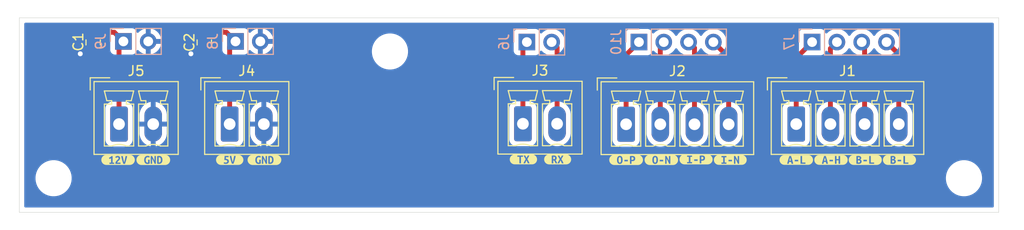
<source format=kicad_pcb>
(kicad_pcb (version 20240108) (generator "pcbnew") (generator_version "8.0")
  (layers (0 "F.Cu" signal) (31 "B.Cu" signal) (34 "B.Paste" user) (35 "F.Paste" user) (36 "B.SilkS" user "B.Silkscreen") (37 "F.SilkS" user "F.Silkscreen") (38 "B.Mask" user) (39 "F.Mask" user) (44 "Edge.Cuts" user))
  (net 0 "")
  (net 1 "GND")
  (net 2 "+12V")
  (net 3 "+5V")
  (net 4 "CANBH")
  (net 5 "CANAH")
  (net 6 "CANBL")
  (net 7 "CANAL")
  (net 8 "I RS485 P")
  (net 9 "O RS485 P")
  (net 10 "I RS485 N")
  (net 11 "O RS485 N")
  (net 12 "UART TX")
  (net 13 "UART RX")
  (footprint "Connector_Phoenix_MC:PhoenixContact_MCV_1,5_2-G-3.5_1x02_P3.50mm_Vertical" (layer "F.Cu") (at 153.4668 127.508)
    (property "Reference" "J3" (at 1.75 -5.45 0) (layer "F.SilkS"))
    (property "Value" "UART")
    (pad "1" thru_hole roundrect (at 0 0) (size 1.8 3.6) (drill 1.2) (layers "*.Cu" "*.Mask") (roundrect_rratio 0.138889) (net 12 "UART TX"))
    (pad "2" thru_hole oval (at 3.5 0) (size 1.8 3.6) (drill 1.2) (layers "*.Cu" "*.Mask") (net 13 "UART RX"))
  )
  (footprint "kibuzzard-6696DEDD" (layer "F.Cu") (at 127 131.2164)
    (property "Reference" "kibuzzard-6696DEDD" (hide yes))
    (property "Value" "G***" (hide yes))
  )
  (footprint "Capacitor_SMD:C_0805_2012Metric_Pad1.18x1.45mm_HandSolder" (layer "F.Cu") (at 120.8427 119.1589 -90)
    (property "Reference" "C2" (at 0 1.524 90) (layer "F.SilkS"))
    (property "Value" "10uF")
    (pad "1" smd roundrect (at -1.0375 0 270) (size 1.175 1.45) (layers "F.Cu" "F.Paste" "F.Mask") (roundrect_rratio 0.212766) (net 3 "+5V"))
    (pad "2" smd roundrect (at 1.0375 0 270) (size 1.175 1.45) (layers "F.Cu" "F.Paste" "F.Mask") (roundrect_rratio 0.212766) (net 1 "GND"))
  )
  (footprint "Capacitor_SMD:C_0805_2012Metric_Pad1.18x1.45mm_HandSolder" (layer "F.Cu") (at 109.4635 119.1589 -90)
    (property "Reference" "C1" (at -0.0508 1.524 90) (layer "F.SilkS"))
    (property "Value" "10uF")
    (pad "1" smd roundrect (at -1.0375 0 270) (size 1.175 1.45) (layers "F.Cu" "F.Paste" "F.Mask") (roundrect_rratio 0.212766) (net 2 "+12V"))
    (pad "2" smd roundrect (at 1.0375 0 270) (size 1.175 1.45) (layers "F.Cu" "F.Paste" "F.Mask") (roundrect_rratio 0.212766) (net 1 "GND"))
  )
  (footprint "Connector_Phoenix_MC:PhoenixContact_MCV_1,5_2-G-3.5_1x02_P3.50mm_Vertical" (layer "F.Cu") (at 123.4387 127.5409)
    (property "Reference" "J4" (at 1.75 -5.45 0) (layer "F.SilkS"))
    (property "Value" "5V")
    (pad "1" thru_hole roundrect (at 0 0) (size 1.8 3.6) (drill 1.2) (layers "*.Cu" "*.Mask") (roundrect_rratio 0.138889) (net 3 "+5V"))
    (pad "2" thru_hole oval (at 3.5 0) (size 1.8 3.6) (drill 1.2) (layers "*.Cu" "*.Mask") (net 1 "GND"))
  )
  (footprint "kibuzzard-6696E01E" (layer "F.Cu") (at 164.0332 131.2164)
    (property "Reference" "kibuzzard-6696E01E" (hide yes))
    (property "Value" "G***" (hide yes))
  )
  (footprint "kibuzzard-6696E054" (layer "F.Cu") (at 174.7012 131.2164)
    (property "Reference" "kibuzzard-6696E054" (hide yes))
    (property "Value" "G***" (hide yes))
  )
  (footprint "kibuzzard-6696DFE7" (layer "F.Cu") (at 192.024 131.2164)
    (property "Reference" "kibuzzard-6696DFE7" (hide yes))
    (property "Value" "G***" (hide yes))
  )
  (footprint "kibuzzard-6696DFAD" (layer "F.Cu") (at 181.4576 131.2164)
    (property "Reference" "kibuzzard-6696DFAD" (hide yes))
    (property "Value" "G***" (hide yes))
  )
  (footprint "Connector_Phoenix_MC:PhoenixContact_MCV_1,5_2-G-3.5_1x02_P3.50mm_Vertical" (layer "F.Cu") (at 112.1103 127.5409)
    (property "Reference" "J5" (at 1.75 -5.45 0) (layer "F.SilkS"))
    (property "Value" "12V")
    (pad "1" thru_hole roundrect (at 0 0) (size 1.8 3.6) (drill 1.2) (layers "*.Cu" "*.Mask") (roundrect_rratio 0.138889) (net 2 "+12V"))
    (pad "2" thru_hole oval (at 3.5 0) (size 1.8 3.6) (drill 1.2) (layers "*.Cu" "*.Mask") (net 1 "GND"))
  )
  (footprint "kibuzzard-6696DF0D" (layer "F.Cu") (at 123.444 131.2164)
    (property "Reference" "kibuzzard-6696DF0D" (hide yes))
    (property "Value" "G***" (hide yes))
  )
  (footprint "MountingHole:MountingHole_3.2mm_M3" (layer "F.Cu") (at 105.41 133.096)
    (property "Reference" "REF**" (hide yes))
    (property "Value" "MountingHole_3.2mm_M3" (hide yes))
    (pad "" np_thru_hole circle (at 0 0) (size 3.2 3.2) (drill 3.2) (layers "F&B.Cu" "*.Mask"))
  )
  (footprint "MountingHole:MountingHole_3.2mm_M3" (layer "F.Cu") (at 139.8524 120.0912)
    (property "Reference" "REF**" (hide yes))
    (property "Value" "MountingHole_3.2mm_M3" (hide yes))
    (pad "" np_thru_hole circle (at 0 0) (size 3.2 3.2) (drill 3.2) (layers "*.Cu" "*.Mask"))
  )
  (footprint "Connector_Phoenix_MC:PhoenixContact_MCV_1,5_4-G-3.5_1x04_P3.50mm_Vertical" (layer "F.Cu") (at 181.4523 127.5409)
    (property "Reference" "J1" (at 5.25 -5.45 360) (layer "F.SilkS"))
    (property "Value" "CAN")
    (pad "1" thru_hole roundrect (at 0 0) (size 1.8 3.6) (drill 1.2) (layers "*.Cu" "*.Mask") (roundrect_rratio 0.138889) (net 7 "CANAL"))
    (pad "2" thru_hole oval (at 3.5 0) (size 1.8 3.6) (drill 1.2) (layers "*.Cu" "*.Mask") (net 5 "CANAH"))
    (pad "3" thru_hole oval (at 7 0) (size 1.8 3.6) (drill 1.2) (layers "*.Cu" "*.Mask") (net 6 "CANBL"))
    (pad "4" thru_hole oval (at 10.5 0) (size 1.8 3.6) (drill 1.2) (layers "*.Cu" "*.Mask") (net 4 "CANBH"))
  )
  (footprint "kibuzzard-6696DEDD" (layer "F.Cu") (at 115.6208 131.2164)
    (property "Reference" "kibuzzard-6696DEDD" (hide yes))
    (property "Value" "G***" (hide yes))
  )
  (footprint "kibuzzard-6696DF63" (layer "F.Cu") (at 157.0228 131.1656)
    (property "Reference" "kibuzzard-6696DF63" (hide yes))
    (property "Value" "G***" (hide yes))
  )
  (footprint "kibuzzard-6696DF6D" (layer "F.Cu") (at 153.5176 131.1656)
    (property "Reference" "kibuzzard-6696DF6D" (hide yes))
    (property "Value" "G***" (hide yes))
  )
  (footprint "Connector_Phoenix_MC:PhoenixContact_MCV_1,5_4-G-3.5_1x04_P3.50mm_Vertical" (layer "F.Cu") (at 164.0332 127.5588)
    (property "Reference" "J2" (at 5.25 -5.45 0) (layer "F.SilkS"))
    (property "Value" "RS485")
    (pad "1" thru_hole roundrect (at 0 0) (size 1.8 3.6) (drill 1.2) (layers "*.Cu" "*.Mask") (roundrect_rratio 0.138889) (net 9 "O RS485 P"))
    (pad "2" thru_hole oval (at 3.5 0) (size 1.8 3.6) (drill 1.2) (layers "*.Cu" "*.Mask") (net 11 "O RS485 N"))
    (pad "3" thru_hole oval (at 7 0) (size 1.8 3.6) (drill 1.2) (layers "*.Cu" "*.Mask") (net 8 "I RS485 P"))
    (pad "4" thru_hole oval (at 10.5 0) (size 1.8 3.6) (drill 1.2) (layers "*.Cu" "*.Mask") (net 10 "I RS485 N"))
  )
  (footprint "kibuzzard-6696E02F" (layer "F.Cu") (at 167.64 131.2164)
    (property "Reference" "kibuzzard-6696E02F" (hide yes))
    (property "Value" "G***" (hide yes))
  )
  (footprint "MountingHole:MountingHole_3.2mm_M3" (layer "F.Cu") (at 198.628 133.096)
    (property "Reference" "REF**" (hide yes))
    (property "Value" "MountingHole_3.2mm_M3" (hide yes))
    (pad "" np_thru_hole circle (at 0 0) (size 3.2 3.2) (drill 3.2) (layers "F&B.Cu" "*.Mask"))
  )
  (footprint "kibuzzard-6696E03F" (layer "F.Cu") (at 171.196 131.1656)
    (property "Reference" "kibuzzard-6696E03F" (hide yes))
    (property "Value" "G***" (hide yes))
  )
  (footprint "kibuzzard-6696DFD9" (layer "F.Cu") (at 188.5188 131.2164)
    (property "Reference" "kibuzzard-6696DFD9" (hide yes))
    (property "Value" "G***" (hide yes))
  )
  (footprint "kibuzzard-6696DFC0" (layer "F.Cu") (at 185.0136 131.2164)
    (property "Reference" "kibuzzard-6696DFC0" (hide yes))
    (property "Value" "G***" (hide yes))
  )
  (footprint "kibuzzard-6696DEF0" (layer "F.Cu") (at 112.014 131.2164)
    (property "Reference" "kibuzzard-6696DEF0" (hide yes))
    (property "Value" "G***" (hide yes))
  )
  (footprint "Connector_PinHeader_2.54mm:PinHeader_1x04_P2.54mm_Vertical" (layer "B.Cu") (at 165.3488 119.126 -90)
    (property "Reference" "J10" (at 0 2.33 90) (layer "B.SilkS") (effects (justify mirror)))
    (property "Value" "RS485")
    (pad "1" thru_hole rect (at 0 0 270) (size 1.7 1.7) (drill 1) (layers "*.Cu" "*.Mask") (net 9 "O RS485 P"))
    (pad "2" thru_hole oval (at 0 -2.54 270) (size 1.7 1.7) (drill 1) (layers "*.Cu" "*.Mask") (net 11 "O RS485 N"))
    (pad "3" thru_hole oval (at 0 -5.08 270) (size 1.7 1.7) (drill 1) (layers "*.Cu" "*.Mask") (net 8 "I RS485 P"))
    (pad "4" thru_hole oval (at 0 -7.62 270) (size 1.7 1.7) (drill 1) (layers "*.Cu" "*.Mask") (net 10 "I RS485 N"))
  )
  (footprint "Connector_PinHeader_2.54mm:PinHeader_1x02_P2.54mm_Vertical" (layer "B.Cu") (at 124.0381 119.0573 -90)
    (property "Reference" "J8" (at 0 2.33 90) (layer "B.SilkS") (effects (justify mirror)))
    (property "Value" "5V")
    (pad "1" thru_hole rect (at 0 0 270) (size 1.7 1.7) (drill 1) (layers "*.Cu" "*.Mask") (net 3 "+5V"))
    (pad "2" thru_hole oval (at 0 -2.54 270) (size 1.7 1.7) (drill 1) (layers "*.Cu" "*.Mask") (net 1 "GND"))
  )
  (footprint "Connector_PinHeader_2.54mm:PinHeader_1x02_P2.54mm_Vertical" (layer "B.Cu") (at 153.868 119.126 -90)
    (property "Reference" "J6" (at 0 2.33 90) (layer "B.SilkS") (effects (justify mirror)))
    (property "Value" "UART")
    (pad "1" thru_hole rect (at 0 0 270) (size 1.7 1.7) (drill 1) (layers "*.Cu" "*.Mask") (net 12 "UART TX"))
    (pad "2" thru_hole oval (at 0 -2.54 270) (size 1.7 1.7) (drill 1) (layers "*.Cu" "*.Mask") (net 13 "UART RX"))
  )
  (footprint "Connector_PinHeader_2.54mm:PinHeader_1x04_P2.54mm_Vertical" (layer "B.Cu") (at 183.078 119.126 -90)
    (property "Reference" "J7" (at 0 2.33 90) (layer "B.SilkS") (effects (justify mirror)))
    (property "Value" "CAN")
    (pad "1" thru_hole rect (at 0 0 270) (size 1.7 1.7) (drill 1) (layers "*.Cu" "*.Mask") (net 7 "CANAL"))
    (pad "2" thru_hole oval (at 0 -2.54 270) (size 1.7 1.7) (drill 1) (layers "*.Cu" "*.Mask") (net 5 "CANAH"))
    (pad "3" thru_hole oval (at 0 -5.08 270) (size 1.7 1.7) (drill 1) (layers "*.Cu" "*.Mask") (net 6 "CANBL"))
    (pad "4" thru_hole oval (at 0 -7.62 270) (size 1.7 1.7) (drill 1) (layers "*.Cu" "*.Mask") (net 4 "CANBH"))
  )
  (footprint "Connector_PinHeader_2.54mm:PinHeader_1x02_P2.54mm_Vertical" (layer "B.Cu") (at 112.5623 119.0573 -90)
    (property "Reference" "J9" (at 0 2.33 90) (layer "B.SilkS") (effects (justify mirror)))
    (property "Value" "12V")
    (pad "1" thru_hole rect (at 0 0 270) (size 1.7 1.7) (drill 1) (layers "*.Cu" "*.Mask") (net 2 "+12V"))
    (pad "2" thru_hole oval (at 0 -2.54 270) (size 1.7 1.7) (drill 1) (layers "*.Cu" "*.Mask") (net 1 "GND"))
  )
  (gr_line (start 101.9048 116.6368) (end 202.184 116.6368) (stroke (width 0.05)) (layer "Edge.Cuts"))
  (gr_line (start 202.184 136.6012) (end 101.9048 136.6012) (stroke (width 0.05)) (layer "Edge.Cuts"))
  (gr_line (start 101.9048 136.6012) (end 101.9048 116.6368) (stroke (width 0.05)) (layer "Edge.Cuts"))
  (gr_line (start 202.184 116.6368) (end 202.184 136.6012) (stroke (width 0.05)) (layer "Edge.Cuts"))
  (segment (start 119.602 120.1964) (end 119.4711 120.3273) (width 0.5) (layer "F.Cu") (net 1))
  (segment (start 109.3326 120.3273) (end 109.4635 120.1964) (width 0.5) (layer "F.Cu") (net 1))
  (segment (start 108.1427 120.3273) (end 109.3326 120.3273) (width 0.5) (layer "F.Cu") (net 1))
  (segment (start 120.8427 120.1964) (end 119.602 120.1964) (width 0.5) (layer "F.Cu") (net 1))
  (via (at 108.1427 120.3273) (size 0.8) (drill 0.5) (layers "F.Cu" "B.Cu") (net 1))
  (via (at 119.4711 120.3273) (size 0.8) (drill 0.5) (layers "F.Cu" "B.Cu") (net 1))
  (segment (start 109.4635 118.1214) (end 111.6264 118.1214) (width 0.5) (layer "F.Cu") (net 2))
  (segment (start 112.1103 127.5409) (end 112.1103 119.5093) (width 0.5) (layer "F.Cu") (net 2))
  (segment (start 111.6264 118.1214) (end 112.5623 119.0573) (width 0.5) (layer "F.Cu") (net 2))
  (segment (start 112.1103 119.5093) (end 112.5623 119.0573) (width 0.5) (layer "F.Cu") (net 2))
  (segment (start 123.4387 127.5409) (end 123.4387 119.6567) (width 0.5) (layer "F.Cu") (net 3))
  (segment (start 123.1022 118.1214) (end 124.0381 119.0573) (width 0.5) (layer "F.Cu") (net 3))
  (segment (start 123.4387 119.6567) (end 124.0381 119.0573) (width 0.5) (layer "F.Cu") (net 3))
  (segment (start 120.8427 118.1214) (end 123.1022 118.1214) (width 0.5) (layer "F.Cu") (net 3))
  (segment (start 191.9523 120.3803) (end 190.698 119.126) (width 0.5) (layer "F.Cu") (net 4))
  (segment (start 191.9523 127.5409) (end 191.9523 120.3803) (width 0.5) (layer "F.Cu") (net 4))
  (segment (start 184.9523 127.5409) (end 184.9523 119.7917) (width 0.5) (layer "F.Cu") (net 5))
  (segment (start 184.9523 119.7917) (end 185.618 119.126) (width 0.5) (layer "F.Cu") (net 5))
  (segment (start 188.4523 119.4203) (end 188.158 119.126) (width 0.5) (layer "F.Cu") (net 6))
  (segment (start 188.4523 127.5409) (end 188.4523 119.4203) (width 0.5) (layer "F.Cu") (net 6))
  (segment (start 181.4523 127.5409) (end 181.4523 120.7517) (width 0.5) (layer "F.Cu") (net 7))
  (segment (start 181.4523 120.7517) (end 183.078 119.126) (width 0.5) (layer "F.Cu") (net 7))
  (segment (start 171.0332 119.7304) (end 170.4288 119.126) (width 0.5) (layer "F.Cu") (net 8))
  (segment (start 171.0332 127.5588) (end 171.0332 119.7304) (width 0.5) (layer "F.Cu") (net 8))
  (segment (start 164.0332 120.4416) (end 165.3488 119.126) (width 0.5) (layer "F.Cu") (net 9))
  (segment (start 164.0332 127.5588) (end 164.0332 120.4416) (width 0.5) (layer "F.Cu") (net 9))
  (segment (start 174.5332 127.5588) (end 174.5332 120.6904) (width 0.5) (layer "F.Cu") (net 10))
  (segment (start 174.5332 120.6904) (end 172.9688 119.126) (width 0.5) (layer "F.Cu") (net 10))
  (segment (start 167.5332 119.4816) (end 167.8888 119.126) (width 0.5) (layer "F.Cu") (net 11))
  (segment (start 167.5332 127.5588) (end 167.5332 119.4816) (width 0.5) (layer "F.Cu") (net 11))
  (segment (start 153.4668 119.5272) (end 153.868 119.126) (width 0.5) (layer "F.Cu") (net 12))
  (segment (start 153.4668 127.508) (end 153.4668 119.5272) (width 0.5) (layer "F.Cu") (net 12))
  (segment (start 156.9668 119.6848) (end 156.408 119.126) (width 0.5) (layer "F.Cu") (net 13))
  (segment (start 156.9668 127.508) (end 156.9668 119.6848) (width 0.5) (layer "F.Cu") (net 13))
  (zone (net 1) (net_name "GND") (layer "B.Cu") (connect_pads (clearance 0.5)) (min_thickness 0.25) (fill yes (thermal_gap 0.5) (thermal_bridge_width 0.5))
    (polygon (pts (xy 99.9744 114.808) (xy 204.7748 114.808) (xy 204.724 138.43) (xy 99.9236 138.2268)))
  )
)
</source>
